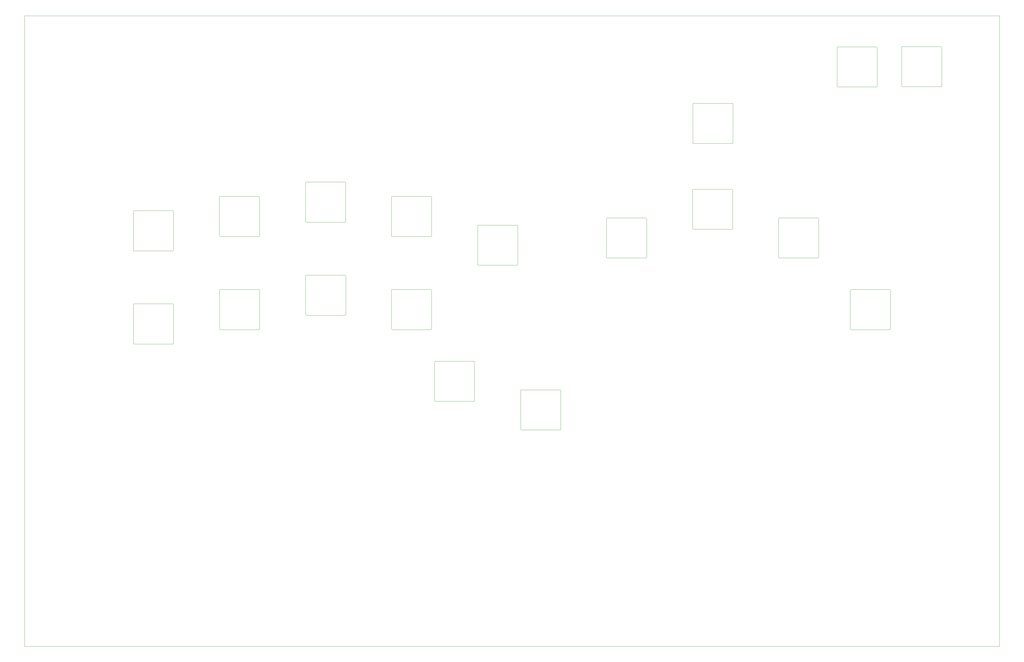
<source format=gbr>
G04 #@! TF.GenerationSoftware,KiCad,Pcbnew,8.0.3*
G04 #@! TF.CreationDate,2024-06-18T22:36:52+09:00*
G04 #@! TF.ProjectId,mainboard_top_plate,6d61696e-626f-4617-9264-5f746f705f70,rev?*
G04 #@! TF.SameCoordinates,Original*
G04 #@! TF.FileFunction,Profile,NP*
%FSLAX46Y46*%
G04 Gerber Fmt 4.6, Leading zero omitted, Abs format (unit mm)*
G04 Created by KiCad (PCBNEW 8.0.3) date 2024-06-18 22:36:52*
%MOMM*%
%LPD*%
G01*
G04 APERTURE LIST*
G04 #@! TA.AperFunction,Profile*
%ADD10C,0.050000*%
G04 #@! TD*
G04 APERTURE END LIST*
D10*
X17150000Y-17050000D02*
X357150000Y-17050000D01*
X357150000Y-237050000D01*
X17150000Y-237050000D01*
X17150000Y-17050000D01*
G04 #@! TO.C,U13*
X115150000Y-121350000D02*
X115150000Y-107750000D01*
X115350000Y-107550000D02*
X128950001Y-107549999D01*
X115350000Y-121550000D02*
X128950000Y-121550000D01*
X129150001Y-107749999D02*
X129150000Y-121350000D01*
X115150000Y-107750000D02*
G75*
G02*
X115350000Y-107550000I200001J-1D01*
G01*
X115350000Y-121550000D02*
G75*
G02*
X115150000Y-121350000I1J200001D01*
G01*
X128950001Y-107549999D02*
G75*
G02*
X129150001Y-107749999I-1J-200001D01*
G01*
X129150000Y-121350000D02*
G75*
G02*
X128950000Y-121550000I-200000J0D01*
G01*
G04 #@! TO.C,U15*
X160070000Y-151350000D02*
X160070000Y-137750000D01*
X160270000Y-137550000D02*
X173870001Y-137549999D01*
X160270000Y-151550000D02*
X173870000Y-151550000D01*
X174070001Y-137749999D02*
X174070000Y-151350000D01*
X160070000Y-137750000D02*
G75*
G02*
X160270000Y-137550000I200001J-1D01*
G01*
X160270000Y-151550000D02*
G75*
G02*
X160070000Y-151350000I1J200001D01*
G01*
X173870001Y-137549999D02*
G75*
G02*
X174070001Y-137749999I-1J-200001D01*
G01*
X174070000Y-151350000D02*
G75*
G02*
X173870000Y-151550000I-200000J0D01*
G01*
G04 #@! TO.C,U6*
X115095000Y-88850000D02*
X115095000Y-75250000D01*
X115295000Y-75050000D02*
X128895001Y-75049999D01*
X115295000Y-89050000D02*
X128895000Y-89050000D01*
X129095001Y-75249999D02*
X129095000Y-88850000D01*
X115095000Y-75250000D02*
G75*
G02*
X115295000Y-75050000I200001J-1D01*
G01*
X115295000Y-89050000D02*
G75*
G02*
X115095000Y-88850000I1J200001D01*
G01*
X128895001Y-75049999D02*
G75*
G02*
X129095001Y-75249999I-1J-200001D01*
G01*
X129095000Y-88850000D02*
G75*
G02*
X128895000Y-89050000I-200000J0D01*
G01*
G04 #@! TO.C,U10*
X55070000Y-131350000D02*
X55070000Y-117750000D01*
X55270000Y-117550000D02*
X68870001Y-117549999D01*
X55270000Y-131550000D02*
X68870000Y-131550000D01*
X69070001Y-117749999D02*
X69070000Y-131350000D01*
X55070000Y-117750000D02*
G75*
G02*
X55270000Y-117550000I200001J-1D01*
G01*
X55270000Y-131550000D02*
G75*
G02*
X55070000Y-131350000I1J200001D01*
G01*
X68870001Y-117549999D02*
G75*
G02*
X69070001Y-117749999I-1J-200001D01*
G01*
X69070000Y-131350000D02*
G75*
G02*
X68870000Y-131550000I-200000J0D01*
G01*
G04 #@! TO.C,U19*
X280070000Y-101350000D02*
X280070000Y-87750000D01*
X280270000Y-87550000D02*
X293870001Y-87549999D01*
X280270000Y-101550000D02*
X293870000Y-101550000D01*
X294070001Y-87749999D02*
X294070000Y-101350000D01*
X280070000Y-87750000D02*
G75*
G02*
X280270000Y-87550000I200001J-1D01*
G01*
X280270000Y-101550000D02*
G75*
G02*
X280070000Y-101350000I1J200001D01*
G01*
X293870001Y-87549999D02*
G75*
G02*
X294070001Y-87749999I-1J-200001D01*
G01*
X294070000Y-101350000D02*
G75*
G02*
X293870000Y-101550000I-200000J0D01*
G01*
G04 #@! TO.C,SW4*
X336995000Y-27977500D02*
X336995000Y-41577500D01*
X336795000Y-41777500D02*
X323194999Y-41777501D01*
X336795000Y-27777500D02*
X323195000Y-27777500D01*
X322994999Y-41577501D02*
X322995000Y-27977500D01*
X336995000Y-41577500D02*
G75*
G02*
X336795000Y-41777500I-200001J1D01*
G01*
X336795000Y-27777500D02*
G75*
G02*
X336995000Y-27977500I-1J-200001D01*
G01*
X323194999Y-41777501D02*
G75*
G02*
X322994999Y-41577501I1J200001D01*
G01*
X322995000Y-27977500D02*
G75*
G02*
X323195000Y-27777500I200000J0D01*
G01*
G04 #@! TO.C,U12*
X85150000Y-126350000D02*
X85150000Y-112750000D01*
X85350000Y-112550000D02*
X98950001Y-112549999D01*
X85350000Y-126550000D02*
X98950000Y-126550000D01*
X99150001Y-112749999D02*
X99150000Y-126350000D01*
X85150000Y-112750000D02*
G75*
G02*
X85350000Y-112550000I200001J-1D01*
G01*
X85350000Y-126550000D02*
G75*
G02*
X85150000Y-126350000I1J200001D01*
G01*
X98950001Y-112549999D02*
G75*
G02*
X99150001Y-112749999I-1J-200001D01*
G01*
X99150000Y-126350000D02*
G75*
G02*
X98950000Y-126550000I-200000J0D01*
G01*
G04 #@! TO.C,U14*
X305070000Y-126350000D02*
X305070000Y-112750000D01*
X305270000Y-112550000D02*
X318870001Y-112549999D01*
X305270000Y-126550000D02*
X318870000Y-126550000D01*
X319070001Y-112749999D02*
X319070000Y-126350000D01*
X305070000Y-112750000D02*
G75*
G02*
X305270000Y-112550000I200001J-1D01*
G01*
X305270000Y-126550000D02*
G75*
G02*
X305070000Y-126350000I1J200001D01*
G01*
X318870001Y-112549999D02*
G75*
G02*
X319070001Y-112749999I-1J-200001D01*
G01*
X319070000Y-126350000D02*
G75*
G02*
X318870000Y-126550000I-200000J0D01*
G01*
G04 #@! TO.C,U17*
X250150000Y-61350000D02*
X250150000Y-47750000D01*
X250350000Y-47550000D02*
X263950001Y-47549999D01*
X250350000Y-61550000D02*
X263950000Y-61550000D01*
X264150001Y-47749999D02*
X264150000Y-61350000D01*
X250150000Y-47750000D02*
G75*
G02*
X250350000Y-47550000I200001J-1D01*
G01*
X250350000Y-61550000D02*
G75*
G02*
X250150000Y-61350000I1J200001D01*
G01*
X263950001Y-47549999D02*
G75*
G02*
X264150001Y-47749999I-1J-200001D01*
G01*
X264150000Y-61350000D02*
G75*
G02*
X263950000Y-61550000I-200000J0D01*
G01*
G04 #@! TO.C,U16*
X175150000Y-103850000D02*
X175150000Y-90250000D01*
X175350000Y-90050000D02*
X188950001Y-90049999D01*
X175350000Y-104050000D02*
X188950000Y-104050000D01*
X189150001Y-90249999D02*
X189150000Y-103850000D01*
X175150000Y-90250000D02*
G75*
G02*
X175350000Y-90050000I200001J-1D01*
G01*
X175350000Y-104050000D02*
G75*
G02*
X175150000Y-103850000I1J200001D01*
G01*
X188950001Y-90049999D02*
G75*
G02*
X189150001Y-90249999I-1J-200001D01*
G01*
X189150000Y-103850000D02*
G75*
G02*
X188950000Y-104050000I-200000J0D01*
G01*
G04 #@! TO.C,U8*
X55095000Y-98850000D02*
X55095000Y-85250000D01*
X55295000Y-85050000D02*
X68895001Y-85049999D01*
X55295000Y-99050000D02*
X68895000Y-99050000D01*
X69095001Y-85249999D02*
X69095000Y-98850000D01*
X55095000Y-85250000D02*
G75*
G02*
X55295000Y-85050000I200001J-1D01*
G01*
X55295000Y-99050000D02*
G75*
G02*
X55095000Y-98850000I1J200001D01*
G01*
X68895001Y-85049999D02*
G75*
G02*
X69095001Y-85249999I-1J-200001D01*
G01*
X69095000Y-98850000D02*
G75*
G02*
X68895000Y-99050000I-200000J0D01*
G01*
G04 #@! TO.C,U9*
X145095000Y-93850000D02*
X145095000Y-80250000D01*
X145295000Y-80050000D02*
X158895001Y-80049999D01*
X145295000Y-94050000D02*
X158895000Y-94050000D01*
X159095001Y-80249999D02*
X159095000Y-93850000D01*
X145095000Y-80250000D02*
G75*
G02*
X145295000Y-80050000I200001J-1D01*
G01*
X145295000Y-94050000D02*
G75*
G02*
X145095000Y-93850000I1J200001D01*
G01*
X158895001Y-80049999D02*
G75*
G02*
X159095001Y-80249999I-1J-200001D01*
G01*
X159095000Y-93850000D02*
G75*
G02*
X158895000Y-94050000I-200000J0D01*
G01*
G04 #@! TO.C,U21*
X250070000Y-91350000D02*
X250070000Y-77750000D01*
X250270000Y-77550000D02*
X263870001Y-77549999D01*
X250270000Y-91550000D02*
X263870000Y-91550000D01*
X264070001Y-77749999D02*
X264070000Y-91350000D01*
X250070000Y-77750000D02*
G75*
G02*
X250270000Y-77550000I200001J-1D01*
G01*
X250270000Y-91550000D02*
G75*
G02*
X250070000Y-91350000I1J200001D01*
G01*
X263870001Y-77549999D02*
G75*
G02*
X264070001Y-77749999I-1J-200001D01*
G01*
X264070000Y-91350000D02*
G75*
G02*
X263870000Y-91550000I-200000J0D01*
G01*
G04 #@! TO.C,SW3*
X314480000Y-28032500D02*
X314480000Y-41632500D01*
X314280000Y-41832500D02*
X300679999Y-41832501D01*
X314280000Y-27832500D02*
X300680000Y-27832500D01*
X300479999Y-41632501D02*
X300480000Y-28032500D01*
X314480000Y-41632500D02*
G75*
G02*
X314280000Y-41832500I-200001J1D01*
G01*
X314280000Y-27832500D02*
G75*
G02*
X314480000Y-28032500I-1J-200001D01*
G01*
X300679999Y-41832501D02*
G75*
G02*
X300479999Y-41632501I1J200001D01*
G01*
X300480000Y-28032500D02*
G75*
G02*
X300680000Y-27832500I200000J0D01*
G01*
G04 #@! TO.C,U11*
X145095000Y-126350000D02*
X145095000Y-112750000D01*
X145295000Y-112550000D02*
X158895001Y-112549999D01*
X145295000Y-126550000D02*
X158895000Y-126550000D01*
X159095001Y-112749999D02*
X159095000Y-126350000D01*
X145095000Y-112750000D02*
G75*
G02*
X145295000Y-112550000I200001J-1D01*
G01*
X145295000Y-126550000D02*
G75*
G02*
X145095000Y-126350000I1J200001D01*
G01*
X158895001Y-112549999D02*
G75*
G02*
X159095001Y-112749999I-1J-200001D01*
G01*
X159095000Y-126350000D02*
G75*
G02*
X158895000Y-126550000I-200000J0D01*
G01*
G04 #@! TO.C,U20*
X220070000Y-101350000D02*
X220070000Y-87750000D01*
X220270000Y-87550000D02*
X233870001Y-87549999D01*
X220270000Y-101550000D02*
X233870000Y-101550000D01*
X234070001Y-87749999D02*
X234070000Y-101350000D01*
X220070000Y-87750000D02*
G75*
G02*
X220270000Y-87550000I200001J-1D01*
G01*
X220270000Y-101550000D02*
G75*
G02*
X220070000Y-101350000I1J200001D01*
G01*
X233870001Y-87549999D02*
G75*
G02*
X234070001Y-87749999I-1J-200001D01*
G01*
X234070000Y-101350000D02*
G75*
G02*
X233870000Y-101550000I-200000J0D01*
G01*
G04 #@! TO.C,U7*
X85095000Y-93850000D02*
X85095000Y-80250000D01*
X85295000Y-80050000D02*
X98895001Y-80049999D01*
X85295000Y-94050000D02*
X98895000Y-94050000D01*
X99095001Y-80249999D02*
X99095000Y-93850000D01*
X85095000Y-80250000D02*
G75*
G02*
X85295000Y-80050000I200001J-1D01*
G01*
X85295000Y-94050000D02*
G75*
G02*
X85095000Y-93850000I1J200001D01*
G01*
X98895001Y-80049999D02*
G75*
G02*
X99095001Y-80249999I-1J-200001D01*
G01*
X99095000Y-93850000D02*
G75*
G02*
X98895000Y-94050000I-200000J0D01*
G01*
G04 #@! TO.C,U18*
X190150000Y-161350000D02*
X190150000Y-147750000D01*
X190350000Y-147550000D02*
X203950001Y-147549999D01*
X190350000Y-161550000D02*
X203950000Y-161550000D01*
X204150001Y-147749999D02*
X204150000Y-161350000D01*
X190150000Y-147750000D02*
G75*
G02*
X190350000Y-147550000I200001J-1D01*
G01*
X190350000Y-161550000D02*
G75*
G02*
X190150000Y-161350000I1J200001D01*
G01*
X203950001Y-147549999D02*
G75*
G02*
X204150001Y-147749999I-1J-200001D01*
G01*
X204150000Y-161350000D02*
G75*
G02*
X203950000Y-161550000I-200000J0D01*
G01*
G04 #@! TD*
M02*

</source>
